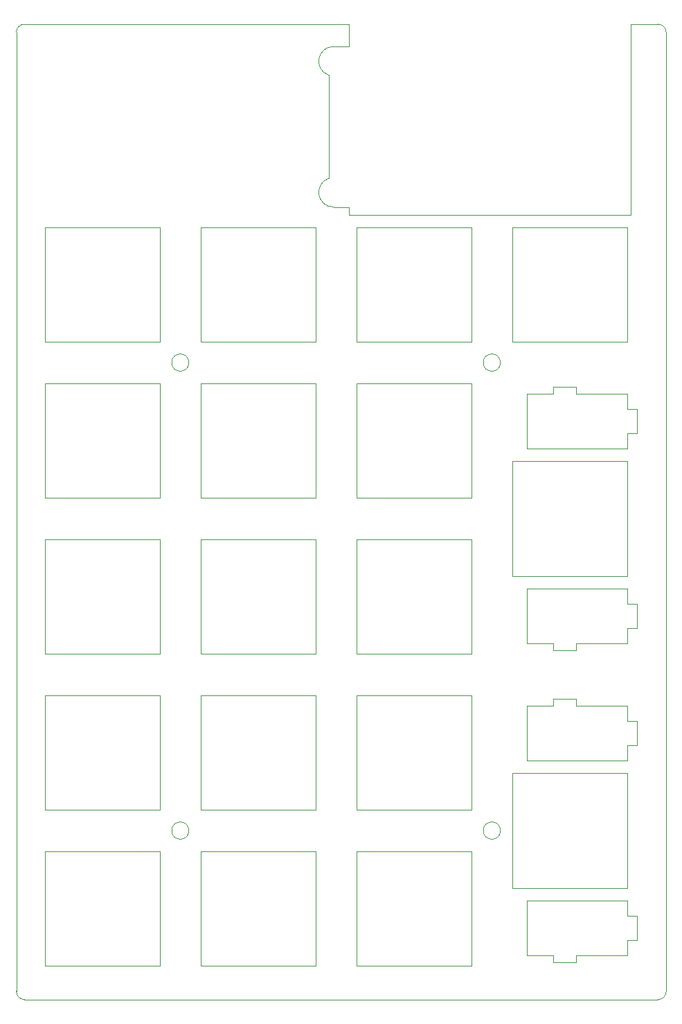
<source format=gbr>
G04 #@! TF.GenerationSoftware,KiCad,Pcbnew,(5.1.6)-1*
G04 #@! TF.CreationDate,2020-09-28T23:31:42+08:00*
G04 #@! TF.ProjectId,Hami-Plate,48616d69-2d50-46c6-9174-652e6b696361,rev?*
G04 #@! TF.SameCoordinates,Original*
G04 #@! TF.FileFunction,Profile,NP*
%FSLAX46Y46*%
G04 Gerber Fmt 4.6, Leading zero omitted, Abs format (unit mm)*
G04 Created by KiCad (PCBNEW (5.1.6)-1) date 2020-09-28 23:31:42*
%MOMM*%
%LPD*%
G01*
G04 APERTURE LIST*
G04 #@! TA.AperFunction,Profile*
%ADD10C,0.010000*%
G04 #@! TD*
G04 APERTURE END LIST*
D10*
X185419998Y-31694999D02*
G75*
G02*
X186420000Y-32695001I0J-1000002D01*
G01*
X147593000Y-54971801D02*
X182093000Y-54971801D01*
X107950000Y-31695000D02*
X147592999Y-31695000D01*
X186420000Y-32695001D02*
X186420000Y-149812000D01*
X145143001Y-37918858D02*
G75*
G02*
X145742999Y-34421801I599999J1697057D01*
G01*
X185419999Y-150812001D02*
X107950000Y-150812001D01*
X106950000Y-32695000D02*
G75*
G02*
X107950000Y-31695000I1000000J0D01*
G01*
X106950000Y-149812001D02*
X106950000Y-32695000D01*
X182093000Y-54971801D02*
X182092999Y-31695000D01*
X147593000Y-34421801D02*
X145742999Y-34421801D01*
X147593000Y-54021801D02*
X147593000Y-54971801D01*
X145743000Y-54021802D02*
G75*
G02*
X145143000Y-50524744I0J1800001D01*
G01*
X147592999Y-31695000D02*
X147593000Y-34421801D01*
X107950000Y-150812001D02*
G75*
G02*
X106950000Y-149812001I0J1000000D01*
G01*
X182092999Y-31695000D02*
X185419999Y-31695000D01*
X186420000Y-149812000D02*
G75*
G02*
X185419999Y-150812001I-1000001J0D01*
G01*
X145143000Y-37918857D02*
X145143000Y-50524744D01*
X145743000Y-54021800D02*
X147593000Y-54021801D01*
X166149998Y-130175001D02*
G75*
G03*
X166149998Y-130175001I-1049999J0D01*
G01*
X128050001Y-73025000D02*
G75*
G03*
X128050001Y-73025000I-1050001J0D01*
G01*
X166150000Y-73025001D02*
G75*
G03*
X166150000Y-73025001I-1050000J0D01*
G01*
X128050000Y-130175001D02*
G75*
G03*
X128050000Y-130175001I-1050000J0D01*
G01*
X129525000Y-146700000D02*
X143525000Y-146700000D01*
X143525000Y-132700000D02*
X143525000Y-146700000D01*
X129525000Y-132700000D02*
X143525000Y-132700000D01*
X129525000Y-146700000D02*
X129525000Y-132700000D01*
X110475000Y-146700000D02*
X124475000Y-146700000D01*
X124475000Y-132700000D02*
X124475000Y-146700000D01*
X110475000Y-132700000D02*
X124475000Y-132700000D01*
X110475000Y-146700000D02*
X110475000Y-132700000D01*
X148575000Y-146700000D02*
X162575000Y-146700000D01*
X162575000Y-132700000D02*
X162575000Y-146700000D01*
X148575000Y-132700000D02*
X162575000Y-132700000D01*
X148575000Y-146700000D02*
X148575000Y-132700000D01*
X148575000Y-127650000D02*
X162575000Y-127650000D01*
X162575000Y-113650000D02*
X162575000Y-127650000D01*
X148575000Y-113650000D02*
X162575000Y-113650000D01*
X148575000Y-127650000D02*
X148575000Y-113650000D01*
X110475000Y-89550000D02*
X124475000Y-89550000D01*
X124475000Y-75550000D02*
X124475000Y-89550000D01*
X110475000Y-75550000D02*
X124475000Y-75550000D01*
X110475000Y-89550000D02*
X110475000Y-75550000D01*
X129525000Y-127650000D02*
X143525000Y-127650000D01*
X143525000Y-113650000D02*
X143525000Y-127650000D01*
X129525000Y-113650000D02*
X143525000Y-113650000D01*
X129525000Y-127650000D02*
X129525000Y-113650000D01*
X129525000Y-89550000D02*
X143525000Y-89550000D01*
X143525000Y-75550000D02*
X143525000Y-89550000D01*
X129525000Y-75550000D02*
X143525000Y-75550000D01*
X129525000Y-89550000D02*
X129525000Y-75550000D01*
X110475000Y-108600000D02*
X124475000Y-108600000D01*
X124475000Y-94600000D02*
X124475000Y-108600000D01*
X110475000Y-94600000D02*
X124475000Y-94600000D01*
X110475000Y-108600000D02*
X110475000Y-94600000D01*
X129525000Y-70500000D02*
X143525000Y-70500000D01*
X143525000Y-56500000D02*
X143525000Y-70500000D01*
X129525000Y-56500000D02*
X143525000Y-56500000D01*
X129525000Y-70500000D02*
X129525000Y-56500000D01*
X148575000Y-70500000D02*
X162575000Y-70500000D01*
X162575000Y-56500000D02*
X162575000Y-70500000D01*
X148575000Y-56500000D02*
X162575000Y-56500000D01*
X148575000Y-70500000D02*
X148575000Y-56500000D01*
X110475000Y-127650000D02*
X124475000Y-127650000D01*
X124475000Y-113650000D02*
X124475000Y-127650000D01*
X110475000Y-113650000D02*
X124475000Y-113650000D01*
X110475000Y-127650000D02*
X110475000Y-113650000D01*
X167625000Y-70500000D02*
X181625000Y-70500000D01*
X181625000Y-56500000D02*
X181625000Y-70500000D01*
X167625000Y-56500000D02*
X181625000Y-56500000D01*
X167625000Y-70500000D02*
X167625000Y-56500000D01*
X148575000Y-89550000D02*
X162575000Y-89550000D01*
X162575000Y-75550000D02*
X162575000Y-89550000D01*
X148575000Y-75550000D02*
X162575000Y-75550000D01*
X148575000Y-89550000D02*
X148575000Y-75550000D01*
X148575000Y-108600000D02*
X162575000Y-108600000D01*
X162575000Y-94600000D02*
X162575000Y-108600000D01*
X148575000Y-94600000D02*
X162575000Y-94600000D01*
X148575000Y-108600000D02*
X148575000Y-94600000D01*
X110475000Y-70500000D02*
X124475000Y-70500000D01*
X124475000Y-56500000D02*
X124475000Y-70500000D01*
X110475000Y-56500000D02*
X124475000Y-56500000D01*
X110475000Y-70500000D02*
X110475000Y-56500000D01*
X129525000Y-108600000D02*
X143525000Y-108600000D01*
X143525000Y-94600000D02*
X143525000Y-108600000D01*
X129525000Y-94600000D02*
X143525000Y-94600000D01*
X129525000Y-108600000D02*
X129525000Y-94600000D01*
X175379000Y-114075000D02*
X175379000Y-114950000D01*
X175379000Y-114075000D02*
X172579000Y-114075000D01*
X172579000Y-114075000D02*
X172579000Y-114950000D01*
X182849000Y-116775000D02*
X181649000Y-116775000D01*
X182849000Y-119775000D02*
X181649000Y-119775000D01*
X181649000Y-114950000D02*
X181649000Y-116775000D01*
X181649000Y-119775000D02*
X181649000Y-121600000D01*
X182849000Y-116775000D02*
X182849000Y-119775000D01*
X181649000Y-114950000D02*
X175379000Y-114950000D01*
X172579000Y-114950000D02*
X169349000Y-114950000D01*
X169349000Y-114950000D02*
X169349000Y-121600000D01*
X181649000Y-121600000D02*
X169349000Y-121600000D01*
X181625000Y-123175000D02*
X167625000Y-123175000D01*
X167625000Y-123175000D02*
X167625000Y-137175000D01*
X181625000Y-123175000D02*
X181625000Y-137175000D01*
X181625000Y-137175000D02*
X167625000Y-137175000D01*
X181649000Y-138750000D02*
X181649000Y-140575000D01*
X182849000Y-140575000D02*
X181649000Y-140575000D01*
X182849000Y-140575000D02*
X182849000Y-143575000D01*
X182849000Y-143575000D02*
X181649000Y-143575000D01*
X181649000Y-143575000D02*
X181649000Y-145400000D01*
X181649000Y-145400000D02*
X175379000Y-145400000D01*
X175379000Y-145400000D02*
X175379000Y-146275000D01*
X175379000Y-146275000D02*
X172579000Y-146275000D01*
X172579000Y-145400000D02*
X172579000Y-146275000D01*
X172579000Y-145400000D02*
X169349000Y-145400000D01*
X169349000Y-138750000D02*
X169349000Y-145400000D01*
X181649000Y-138750000D02*
X169349000Y-138750000D01*
X175379000Y-75975000D02*
X175379000Y-76850000D01*
X175379000Y-75975000D02*
X172579000Y-75975000D01*
X172579000Y-75975000D02*
X172579000Y-76850000D01*
X182849000Y-78675000D02*
X181649000Y-78675000D01*
X182849000Y-81675000D02*
X181649000Y-81675000D01*
X181649000Y-76850000D02*
X181649000Y-78675000D01*
X181649000Y-81675000D02*
X181649000Y-83500000D01*
X182849000Y-78675000D02*
X182849000Y-81675000D01*
X181649000Y-76850000D02*
X175379000Y-76850000D01*
X172579000Y-76850000D02*
X169349000Y-76850000D01*
X169349000Y-76850000D02*
X169349000Y-83500000D01*
X181649000Y-83500000D02*
X169349000Y-83500000D01*
X181625000Y-85075000D02*
X167625000Y-85075000D01*
X167625000Y-85075000D02*
X167625000Y-99075000D01*
X181625000Y-85075000D02*
X181625000Y-99075000D01*
X181625000Y-99075000D02*
X167625000Y-99075000D01*
X181649000Y-100650000D02*
X181649000Y-102475000D01*
X182849000Y-102475000D02*
X181649000Y-102475000D01*
X182849000Y-102475000D02*
X182849000Y-105475000D01*
X182849000Y-105475000D02*
X181649000Y-105475000D01*
X181649000Y-105475000D02*
X181649000Y-107300000D01*
X181649000Y-107300000D02*
X175379000Y-107300000D01*
X175379000Y-107300000D02*
X175379000Y-108175000D01*
X175379000Y-108175000D02*
X172579000Y-108175000D01*
X172579000Y-107300000D02*
X172579000Y-108175000D01*
X172579000Y-107300000D02*
X169349000Y-107300000D01*
X169349000Y-100650000D02*
X169349000Y-107300000D01*
X181649000Y-100650000D02*
X169349000Y-100650000D01*
M02*

</source>
